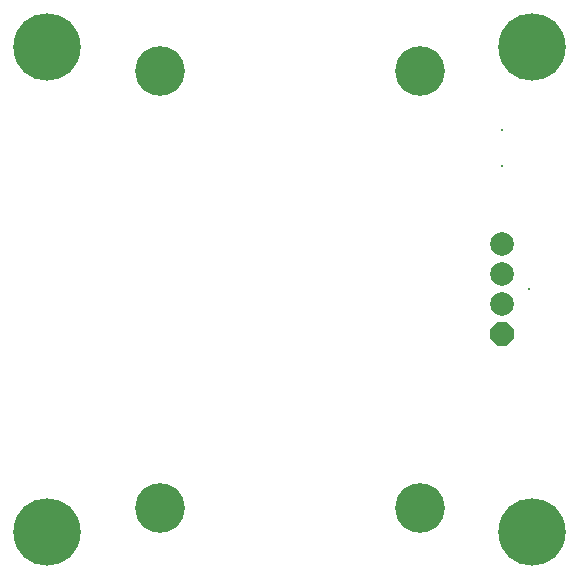
<source format=gbs>
G04 Layer_Color=16711935*
%FSLAX44Y44*%
%MOMM*%
G71*
G01*
G75*
%ADD25C,0.2032*%
G04:AMPARAMS|DCode=26|XSize=0.2032mm|YSize=0.2032mm|CornerRadius=0mm|HoleSize=0mm|Usage=FLASHONLY|Rotation=90.000|XOffset=0mm|YOffset=0mm|HoleType=Round|Shape=RoundedRectangle|*
%AMROUNDEDRECTD26*
21,1,0.2032,0.2032,0,0,90.0*
21,1,0.2032,0.2032,0,0,90.0*
1,1,0.0000,0.1016,0.1016*
1,1,0.0000,0.1016,-0.1016*
1,1,0.0000,-0.1016,-0.1016*
1,1,0.0000,-0.1016,0.1016*
%
%ADD26ROUNDEDRECTD26*%
%ADD27P,2.1683X8X112.5*%
%ADD28C,2.0032*%
%ADD29C,4.2032*%
%ADD30C,5.7032*%
D25*
X430000Y384605D02*
D03*
Y354605D02*
D03*
D26*
X452800Y250000D02*
D03*
D27*
X430000Y211900D02*
D03*
D28*
Y237300D02*
D03*
Y262700D02*
D03*
Y288100D02*
D03*
D29*
X360000Y65000D02*
D03*
X140000D02*
D03*
X360000Y435000D02*
D03*
X140000D02*
D03*
D30*
X45000Y455000D02*
D03*
X455000D02*
D03*
X45000Y45000D02*
D03*
X455000D02*
D03*
M02*

</source>
